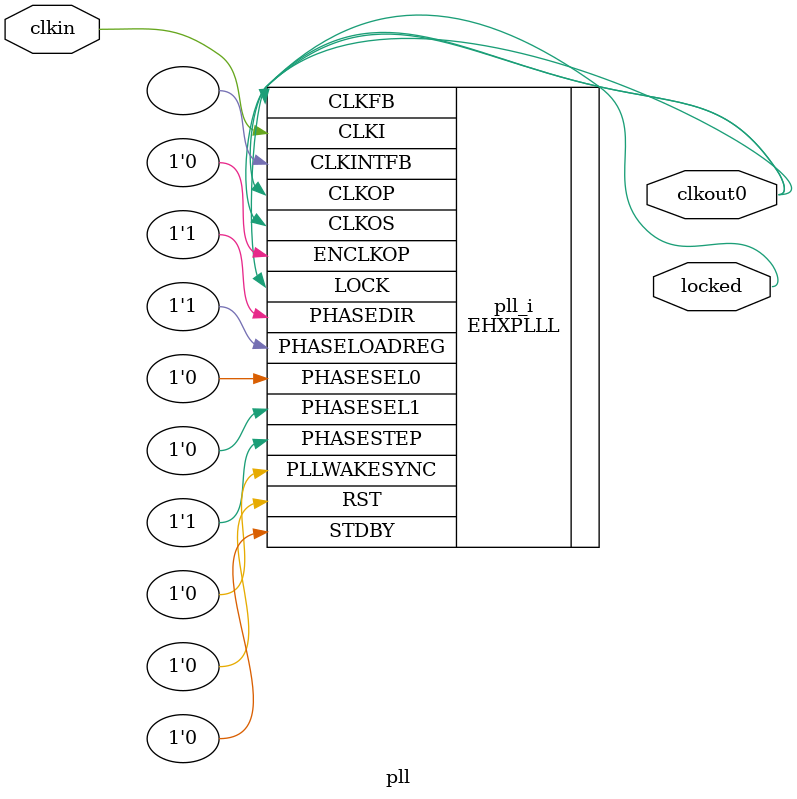
<source format=v>
module pll
(
    input clkin, // 25 MHz, 0 deg
    output clkout0, // 48 MHz, 0 deg
    output locked
);
(* FREQUENCY_PIN_CLKI="25" *)
(* FREQUENCY_PIN_CLKOP="48" *)
(* FREQUENCY_PIN_CLKOS="48" *)
(* ICP_CURRENT="12" *) (* LPF_RESISTOR="8" *) (* MFG_ENABLE_FILTEROPAMP="1" *) (* MFG_GMCREF_SEL="2" *)
EHXPLLL #(
        .PLLRST_ENA("DISABLED"),
        .INTFB_WAKE("DISABLED"),
        .STDBY_ENABLE("DISABLED"),
        .DPHASE_SOURCE("DISABLED"),
        .OUTDIVIDER_MUXA("DIVA"),
        .OUTDIVIDER_MUXB("DIVB"),
        .OUTDIVIDER_MUXC("DIVC"),
        .OUTDIVIDER_MUXD("DIVD"),
        .CLKI_DIV(5),
        .CLKOP_ENABLE("ENABLED"),
        .CLKOP_DIV(48),
        .CLKOP_CPHASE(9),
        .CLKOP_FPHASE(0),
        .CLKOS_ENABLE("ENABLED"),
        .CLKOS_DIV(10),
        .CLKOS_CPHASE(0),
        .CLKOS_FPHASE(0),
        .FEEDBK_PATH("CLKOP"),
        .CLKFB_DIV(2)
    ) pll_i (
        .RST(1'b0),
        .STDBY(1'b0),
        .CLKI(clkin),
        .CLKOP(clkout0),
        .CLKOS(clkout0),
        .CLKFB(clkout0),
        .CLKINTFB(),
        .PHASESEL0(1'b0),
        .PHASESEL1(1'b0),
        .PHASEDIR(1'b1),
        .PHASESTEP(1'b1),
        .PHASELOADREG(1'b1),
        .PLLWAKESYNC(1'b0),
        .ENCLKOP(1'b0),
        .LOCK(locked)
	);
endmodule

</source>
